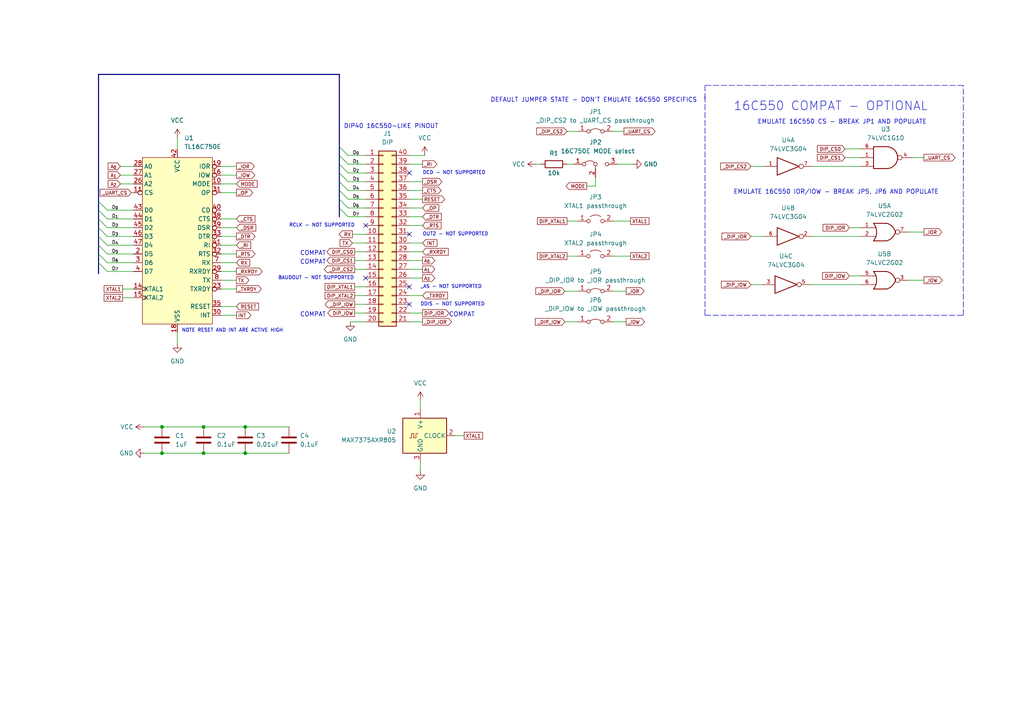
<source format=kicad_sch>
(kicad_sch (version 20211123) (generator eeschema)
  (paper "A4")
  (lib_symbols
    (symbol "74xGxx:74LVC1G10" (pin_names (offset 1.016))
      (property "Reference" "U" (at -2.54 5.08 0))
      (property "Value" "74LVC1G10" (at 0 -5.08 0))
      (symbol "74LVC1G10_0_1"
        (arc (start 0 -3.175) (mid 3.175 0) (end 0 3.175) (stroke (width 0.254)))
        (polyline (pts (xy 0 -3.175) (xy -3.81 -3.175) (xy -3.81 3.175) (xy 0 3.175)) (stroke (width 0.254)))
      )
      (symbol "74LVC1G10_1_1"
        (pin input line (at -7.62 0 0) (length 3.81) (name "~") (number "1"))
        (pin power_in line (at 0 -3.175 270) (length 0) hide (name "GND") (number "2"))
        (pin input line (at -7.62 -2.54 0) (length 3.81) (name "~") (number "3"))
        (pin output inverted (at 7.62 0 180) (length 4.445) (name "~") (number "4"))
        (pin power_in line (at 0 3.175 90) (length 0) hide (name "VCC") (number "5"))
        (pin input line (at -7.62 2.54 0) (length 3.81) (name "~") (number "6"))
      )
    )
    (symbol "74xGxx:74LVC2G02" (pin_names (offset 1.016))
      (property "Reference" "U" (at -2.54 3.81 0))
      (property "Value" "74LVC2G02" (at 0 -3.81 0))
      (symbol "74LVC2G02_0_1"
        (arc (start -3.81 -2.54) (mid -2.919 0) (end -3.81 2.54) (stroke (width 0.254)))
        (arc (start 0 -2.54) (mid 1.5993 -1.6027) (end 2.54 0) (stroke (width 0.254)))
        (polyline (pts (xy -3.81 -1.27) (xy -3.175 -1.27)))
        (polyline (pts (xy -3.81 1.27) (xy -3.175 1.27)))
        (polyline (pts (xy 0 -2.54) (xy -3.81 -2.54)) (stroke (width 0.254)) (fill (type background)))
        (polyline (pts (xy 0 2.54) (xy -3.81 2.54)) (stroke (width 0.254)) (fill (type background)))
        (arc (start 2.54 0) (mid 1.6119 1.6152) (end 0 2.54) (stroke (width 0.254)))
        (pin power_in line (at 0 -2.54 270) (length 0) hide (name "GND") (number "4"))
        (pin power_in line (at 0 2.54 90) (length 0) hide (name "VCC") (number "8"))
      )
      (symbol "74LVC2G02_1_1"
        (pin input line (at -7.62 1.27 0) (length 3.81) (name "~") (number "1"))
        (pin input line (at -7.62 -1.27 0) (length 3.81) (name "~") (number "2"))
        (pin output inverted (at 6.35 0 180) (length 3.81) (name "~") (number "7"))
      )
      (symbol "74LVC2G02_2_1"
        (pin output inverted (at 6.35 0 180) (length 3.81) (name "~") (number "3"))
        (pin input line (at -7.62 1.27 0) (length 3.81) (name "~") (number "5"))
        (pin input line (at -7.62 -1.27 0) (length 3.81) (name "~") (number "6"))
      )
    )
    (symbol "74xGxx:74LVC3G04" (pin_names (offset 1.016))
      (property "Reference" "U" (at -2.54 3.81 0))
      (property "Value" "74LVC3G04" (at 0 -3.81 0))
      (symbol "74LVC3G04_0_1"
        (polyline (pts (xy -3.81 2.54) (xy -3.81 -2.54) (xy 2.54 0) (xy -3.81 2.54)) (stroke (width 0.254)))
        (pin power_in line (at 0 -2.54 270) (length 0) hide (name "GND") (number "4"))
        (pin power_in line (at 0 2.54 90) (length 0) hide (name "VCC") (number "8"))
      )
      (symbol "74LVC3G04_1_1"
        (pin input line (at -7.62 0 0) (length 3.81) (name "~") (number "1"))
        (pin output inverted (at 6.35 0 180) (length 3.81) (name "~") (number "7"))
      )
      (symbol "74LVC3G04_2_1"
        (pin output inverted (at 6.35 0 180) (length 3.81) (name "~") (number "2"))
        (pin input line (at -7.62 0 0) (length 3.81) (name "~") (number "6"))
      )
      (symbol "74LVC3G04_3_1"
        (pin input line (at -7.62 0 0) (length 3.81) (name "~") (number "3"))
        (pin output inverted (at 6.35 0 180) (length 3.81) (name "~") (number "5"))
      )
    )
    (symbol "Connector_Generic:Conn_02x20_Counter_Clockwise" (pin_names (offset 1.016) hide)
      (property "Reference" "J" (at 1.27 25.4 0))
      (property "Value" "Conn_02x20_Counter_Clockwise" (at 1.27 -27.94 0))
      (symbol "Conn_02x20_Counter_Clockwise_1_1"
        (rectangle (start -1.27 -25.273) (end 0 -25.527) (stroke (width 0.1524)))
        (rectangle (start -1.27 -22.733) (end 0 -22.987) (stroke (width 0.1524)))
        (rectangle (start -1.27 -20.193) (end 0 -20.447) (stroke (width 0.1524)))
        (rectangle (start -1.27 -17.653) (end 0 -17.907) (stroke (width 0.1524)))
        (rectangle (start -1.27 -15.113) (end 0 -15.367) (stroke (width 0.1524)))
        (rectangle (start -1.27 -12.573) (end 0 -12.827) (stroke (width 0.1524)))
        (rectangle (start -1.27 -10.033) (end 0 -10.287) (stroke (width 0.1524)))
        (rectangle (start -1.27 -7.493) (end 0 -7.747) (stroke (width 0.1524)))
        (rectangle (start -1.27 -4.953) (end 0 -5.207) (stroke (width 0.1524)))
        (rectangle (start -1.27 -2.413) (end 0 -2.667) (stroke (width 0.1524)))
        (rectangle (start -1.27 0.127) (end 0 -0.127) (stroke (width 0.1524)))
        (rectangle (start -1.27 2.667) (end 0 2.413) (stroke (width 0.1524)))
        (rectangle (start -1.27 5.207) (end 0 4.953) (stroke (width 0.1524)))
        (rectangle (start -1.27 7.747) (end 0 7.493) (stroke (width 0.1524)))
        (rectangle (start -1.27 10.287) (end 0 10.033) (stroke (width 0.1524)))
        (rectangle (start -1.27 12.827) (end 0 12.573) (stroke (width 0.1524)))
        (rectangle (start -1.27 15.367) (end 0 15.113) (stroke (width 0.1524)))
        (rectangle (start -1.27 17.907) (end 0 17.653) (stroke (width 0.1524)))
        (rectangle (start -1.27 20.447) (end 0 20.193) (stroke (width 0.1524)))
        (rectangle (start -1.27 22.987) (end 0 22.733) (stroke (width 0.1524)))
        (rectangle (start -1.27 24.13) (end 3.81 -26.67) (stroke (width 0.254)) (fill (type background)))
        (rectangle (start 3.81 -25.273) (end 2.54 -25.527) (stroke (width 0.1524)))
        (rectangle (start 3.81 -22.733) (end 2.54 -22.987) (stroke (width 0.1524)))
        (rectangle (start 3.81 -20.193) (end 2.54 -20.447) (stroke (width 0.1524)))
        (rectangle (start 3.81 -17.653) (end 2.54 -17.907) (stroke (width 0.1524)))
        (rectangle (start 3.81 -15.113) (end 2.54 -15.367) (stroke (width 0.1524)))
        (rectangle (start 3.81 -12.573) (end 2.54 -12.827) (stroke (width 0.1524)))
        (rectangle (start 3.81 -10.033) (end 2.54 -10.287) (stroke (width 0.1524)))
        (rectangle (start 3.81 -7.493) (end 2.54 -7.747) (stroke (width 0.1524)))
        (rectangle (start 3.81 -4.953) (end 2.54 -5.207) (stroke (width 0.1524)))
        (rectangle (start 3.81 -2.413) (end 2.54 -2.667) (stroke (width 0.1524)))
        (rectangle (start 3.81 0.127) (end 2.54 -0.127) (stroke (width 0.1524)))
        (rectangle (start 3.81 2.667) (end 2.54 2.413) (stroke (width 0.1524)))
        (rectangle (start 3.81 5.207) (end 2.54 4.953) (stroke (width 0.1524)))
        (rectangle (start 3.81 7.747) (end 2.54 7.493) (stroke (width 0.1524)))
        (rectangle (start 3.81 10.287) (end 2.54 10.033) (stroke (width 0.1524)))
        (rectangle (start 3.81 12.827) (end 2.54 12.573) (stroke (width 0.1524)))
        (rectangle (start 3.81 15.367) (end 2.54 15.113) (stroke (width 0.1524)))
        (rectangle (start 3.81 17.907) (end 2.54 17.653) (stroke (width 0.1524)))
        (rectangle (start 3.81 20.447) (end 2.54 20.193) (stroke (width 0.1524)))
        (rectangle (start 3.81 22.987) (end 2.54 22.733) (stroke (width 0.1524)))
        (pin passive line (at -5.08 22.86 0) (length 3.81) (name "Pin_1") (number "1"))
        (pin passive line (at -5.08 0 0) (length 3.81) (name "Pin_10") (number "10"))
        (pin passive line (at -5.08 -2.54 0) (length 3.81) (name "Pin_11") (number "11"))
        (pin passive line (at -5.08 -5.08 0) (length 3.81) (name "Pin_12") (number "12"))
        (pin passive line (at -5.08 -7.62 0) (length 3.81) (name "Pin_13") (number "13"))
        (pin passive line (at -5.08 -10.16 0) (length 3.81) (name "Pin_14") (number "14"))
        (pin passive line (at -5.08 -12.7 0) (length 3.81) (name "Pin_15") (number "15"))
        (pin passive line (at -5.08 -15.24 0) (length 3.81) (name "Pin_16") (number "16"))
        (pin passive line (at -5.08 -17.78 0) (length 3.81) (name "Pin_17") (number "17"))
        (pin passive line (at -5.08 -20.32 0) (length 3.81) (name "Pin_18") (number "18"))
        (pin passive line (at -5.08 -22.86 0) (length 3.81) (name "Pin_19") (number "19"))
        (pin passive line (at -5.08 20.32 0) (length 3.81) (name "Pin_2") (number "2"))
        (pin passive line (at -5.08 -25.4 0) (length 3.81) (name "Pin_20") (number "20"))
        (pin passive line (at 7.62 -25.4 180) (length 3.81) (name "Pin_21") (number "21"))
        (pin passive line (at 7.62 -22.86 180) (length 3.81) (name "Pin_22") (number "22"))
        (pin passive line (at 7.62 -20.32 180) (length 3.81) (name "Pin_23") (number "23"))
        (pin passive line (at 7.62 -17.78 180) (length 3.81) (name "Pin_24") (number "24"))
        (pin passive line (at 7.62 -15.24 180) (length 3.81) (name "Pin_25") (number "25"))
        (pin passive line (at 7.62 -12.7 180) (length 3.81) (name "Pin_26") (number "26"))
        (pin passive line (at 7.62 -10.16 180) (length 3.81) (name "Pin_27") (number "27"))
        (pin passive line (at 7.62 -7.62 180) (length 3.81) (name "Pin_28") (number "28"))
        (pin passive line (at 7.62 -5.08 180) (length 3.81) (name "Pin_29") (number "29"))
        (pin passive line (at -5.08 17.78 0) (length 3.81) (name "Pin_3") (number "3"))
        (pin passive line (at 7.62 -2.54 180) (length 3.81) (name "Pin_30") (number "30"))
        (pin passive line (at 7.62 0 180) (length 3.81) (name "Pin_31") (number "31"))
        (pin passive line (at 7.62 2.54 180) (length 3.81) (name "Pin_32") (number "32"))
        (pin passive line (at 7.62 5.08 180) (length 3.81) (name "Pin_33") (number "33"))
        (pin passive line (at 7.62 7.62 180) (length 3.81) (name "Pin_34") (number "34"))
        (pin passive line (at 7.62 10.16 180) (length 3.81) (name "Pin_35") (number "35"))
        (pin passive line (at 7.62 12.7 180) (length 3.81) (name "Pin_36") (number "36"))
        (pin passive line (at 7.62 15.24 180) (length 3.81) (name "Pin_37") (number "37"))
        (pin passive line (at 7.62 17.78 180) (length 3.81) (name "Pin_38") (number "38"))
        (pin passive line (at 7.62 20.32 180) (length 3.81) (name "Pin_39") (number "39"))
        (pin passive line (at -5.08 15.24 0) (length 3.81) (name "Pin_4") (number "4"))
        (pin passive line (at 7.62 22.86 180) (length 3.81) (name "Pin_40") (number "40"))
        (pin passive line (at -5.08 12.7 0) (length 3.81) (name "Pin_5") (number "5"))
        (pin passive line (at -5.08 10.16 0) (length 3.81) (name "Pin_6") (number "6"))
        (pin passive line (at -5.08 7.62 0) (length 3.81) (name "Pin_7") (number "7"))
        (pin passive line (at -5.08 5.08 0) (length 3.81) (name "Pin_8") (number "8"))
        (pin passive line (at -5.08 2.54 0) (length 3.81) (name "Pin_9") (number "9"))
      )
    )
    (symbol "Device:C" (pin_numbers hide) (pin_names (offset 0.254))
      (property "Reference" "C" (at 0.635 2.54 0))
      (property "Value" "C" (at 0.635 -2.54 0))
      (symbol "C_0_1"
        (polyline (pts (xy -2.032 -0.762) (xy 2.032 -0.762)) (stroke (width 0.508)))
        (polyline (pts (xy -2.032 0.762) (xy 2.032 0.762)) (stroke (width 0.508)))
      )
      (symbol "C_1_1"
        (pin passive line (at 0 3.81 270) (length 2.794) (name "~") (number "1"))
        (pin passive line (at 0 -3.81 90) (length 2.794) (name "~") (number "2"))
      )
    )
    (symbol "Device:R" (pin_numbers hide) (pin_names (offset 0))
      (property "Reference" "R" (at 2.032 0 90))
      (property "Value" "R" (at 0 0 90))
      (symbol "R_0_1"
        (rectangle (start -1.016 -2.54) (end 1.016 2.54) (stroke (width 0.254)))
      )
      (symbol "R_1_1"
        (pin passive line (at 0 3.81 270) (length 1.27) (name "~") (number "1"))
        (pin passive line (at 0 -3.81 90) (length 1.27) (name "~") (number "2"))
      )
    )
    (symbol "Jumper:Jumper_2_Bridged" (pin_names (offset 0) hide)
      (property "Reference" "JP" (at 0 1.905 0))
      (property "Value" "Jumper_2_Bridged" (at 0 -2.54 0))
      (symbol "Jumper_2_Bridged_0_0"
        (circle (center -2.032 0) (radius 0.508))
        (circle (center 2.032 0) (radius 0.508))
      )
      (symbol "Jumper_2_Bridged_0_1"
        (arc (start 1.524 0.254) (mid 0 0.762) (end -1.524 0.254))
      )
      (symbol "Jumper_2_Bridged_1_1"
        (pin passive line (at -5.08 0 0) (length 2.54) (name "A") (number "1"))
        (pin passive line (at 5.08 0 180) (length 2.54) (name "B") (number "2"))
      )
    )
    (symbol "Jumper:Jumper_2_Open" (pin_names (offset 0) hide)
      (property "Reference" "JP" (at 0 2.794 0))
      (property "Value" "Jumper_2_Open" (at 0 -2.286 0))
      (symbol "Jumper_2_Open_0_0"
        (circle (center -2.032 0) (radius 0.508))
        (circle (center 2.032 0) (radius 0.508))
      )
      (symbol "Jumper_2_Open_0_1"
        (arc (start 1.524 1.27) (mid 0 1.778) (end -1.524 1.27))
      )
      (symbol "Jumper_2_Open_1_1"
        (pin passive line (at -5.08 0 0) (length 2.54) (name "A") (number "1"))
        (pin passive line (at 5.08 0 180) (length 2.54) (name "B") (number "2"))
      )
    )
    (symbol "Jumper:Jumper_3_Bridged12" (pin_names (offset 0) hide)
      (property "Reference" "JP" (at -2.54 -2.54 0))
      (property "Value" "Jumper_3_Bridged12" (at 0 2.794 0))
      (symbol "Jumper_3_Bridged12_0_0"
        (circle (center -3.302 0) (radius 0.508))
        (circle (center 0 0) (radius 0.508))
        (circle (center 3.302 0) (radius 0.508))
      )
      (symbol "Jumper_3_Bridged12_0_1"
        (arc (start -0.254 0.508) (mid -1.651 0.9912) (end -3.048 0.508))
        (polyline (pts (xy 0 -1.27) (xy 0 -0.508)))
      )
      (symbol "Jumper_3_Bridged12_1_1"
        (pin passive line (at -6.35 0 0) (length 2.54) (name "A") (number "1"))
        (pin passive line (at 0 -3.81 90) (length 2.54) (name "C") (number "2"))
        (pin passive line (at 6.35 0 180) (length 2.54) (name "B") (number "3"))
      )
    )
    (symbol "Oscillator:MAX7375AXR805" (pin_names (offset 0.254))
      (property "Reference" "U" (at -2.54 6.35 0))
      (property "Value" "MAX7375AXR805" (at 1.27 -6.35 0))
      (symbol "MAX7375AXR805_0_1"
        (rectangle (start -5.08 5.08) (end 7.62 -5.08) (stroke (width 0.254)) (fill (type background)))
        (polyline (pts (xy -3.175 -0.635) (xy -2.54 -0.635) (xy -2.54 0.635) (xy -1.905 0.635) (xy -1.905 -0.635) (xy -1.27 -0.635) (xy -1.27 0.635) (xy -0.635 0.635)))
      )
      (symbol "MAX7375AXR805_1_1"
        (pin power_in line (at 0 7.62 270) (length 2.54) (name "V+") (number "1"))
        (pin output line (at 10.16 0 180) (length 2.54) (name "CLOCK") (number "2"))
        (pin power_in line (at 0 -7.62 90) (length 2.54) (name "GND") (number "3"))
      )
    )
    (symbol "power:GND" (power) (pin_names (offset 0))
      (property "Value" "GND" (at 0 -3.81 0))
      (symbol "GND_0_1"
        (polyline (pts (xy 0 0) (xy 0 -1.27) (xy 1.27 -1.27) (xy 0 -2.54) (xy -1.27 -1.27) (xy 0 -1.27)))
      )
      (symbol "GND_1_1"
        (pin power_in line (at 0 0 270) (length 0) hide (name "GND") (number "1"))
      )
    )
    (symbol "power:VCC" (power) (pin_names (offset 0))
      (property "Value" "VCC" (at 0 3.81 0))
      (symbol "VCC_0_1"
        (polyline (pts (xy -0.762 1.27) (xy 0 2.54)))
        (polyline (pts (xy 0 0) (xy 0 2.54)))
        (polyline (pts (xy 0 2.54) (xy 0.762 1.27)))
      )
      (symbol "VCC_1_1"
        (pin power_in line (at 0 0 90) (length 0) hide (name "VCC") (number "1"))
      )
    )
    (symbol "ti:TL16C750E"
      (property "Reference" "U" (at 7.62 29.21 0))
      (property "Value" "TL16C750E" (at 7.62 26.67 0))
      (symbol "TL16C750E_0_1"
        (rectangle (start -10.16 24.13) (end 10.16 -24.13) (fill (type background)))
      )
      (symbol "TL16C750E_1_1"
        (pin no_connect non_logic (at -13.97 -26.67 0) (length 2.54) hide (name "NC") (number "1"))
        (pin input line (at 12.7 16.51 180) (length 2.54) (name "MODE") (number "10"))
        (pin input inverted (at -12.7 13.97 0) (length 2.54) (name "CS") (number "11"))
        (pin no_connect non_logic (at -13.97 -36.83 0) (length 2.54) hide (name "NC") (number "12"))
        (pin no_connect non_logic (at -13.97 -39.37 0) (length 2.54) hide (name "NC") (number "13"))
        (pin input clock (at -12.7 -13.97 0) (length 2.54) (name "XTAL1") (number "14"))
        (pin output clock (at -12.7 -16.51 0) (length 2.54) (name "XTAL2") (number "15"))
        (pin input inverted (at 12.7 19.05 180) (length 2.54) (name "IOW") (number "16"))
        (pin no_connect non_logic (at -13.97 -41.91 0) (length 2.54) hide (name "NC") (number "17"))
        (pin power_in line (at 0 -26.67 90) (length 2.54) (name "VSS") (number "18"))
        (pin input inverted (at 12.7 21.59 180) (length 2.54) (name "IOR") (number "19"))
        (pin bidirectional line (at -12.7 -3.81 0) (length 2.54) (name "D5") (number "2"))
        (pin no_connect non_logic (at -13.97 -44.45 0) (length 2.54) hide (name "NC") (number "20"))
        (pin no_connect non_logic (at -13.97 -46.99 0) (length 2.54) hide (name "NC") (number "21"))
        (pin no_connect non_logic (at -13.97 -49.53 0) (length 2.54) hide (name "NC") (number "22"))
        (pin output inverted (at 12.7 -13.97 180) (length 2.54) (name "TXRDY") (number "23"))
        (pin no_connect non_logic (at -13.97 -52.07 0) (length 2.54) hide (name "NC") (number "24"))
        (pin no_connect non_logic (at -13.97 -54.61 0) (length 2.54) hide (name "NC") (number "25"))
        (pin input line (at -12.7 16.51 0) (length 2.54) (name "A2") (number "26"))
        (pin input line (at -12.7 19.05 0) (length 2.54) (name "A1") (number "27"))
        (pin input line (at -12.7 21.59 0) (length 2.54) (name "A0") (number "28"))
        (pin output inverted (at 12.7 -8.89 180) (length 2.54) (name "RXRDY") (number "29"))
        (pin bidirectional line (at -12.7 -6.35 0) (length 2.54) (name "D6") (number "3"))
        (pin output line (at 12.7 -21.59 180) (length 2.54) (name "INT") (number "30"))
        (pin output inverted (at 12.7 13.97 180) (length 2.54) (name "OP") (number "31"))
        (pin output inverted (at 12.7 -3.81 180) (length 2.54) (name "RTS") (number "32"))
        (pin output inverted (at 12.7 1.27 180) (length 2.54) (name "DTR") (number "33"))
        (pin no_connect non_logic (at -13.97 -57.15 0) (length 2.54) hide (name "NC") (number "34"))
        (pin input line (at 12.7 -19.05 180) (length 2.54) (name "RESET") (number "35"))
        (pin no_connect non_logic (at -13.97 -59.69 0) (length 2.54) hide (name "NC") (number "36"))
        (pin no_connect non_logic (at -13.97 -62.23 0) (length 2.54) hide (name "NC") (number "37"))
        (pin input inverted (at 12.7 6.35 180) (length 2.54) (name "CTS") (number "38"))
        (pin input inverted (at 12.7 3.81 180) (length 2.54) (name "DSR") (number "39"))
        (pin bidirectional line (at -12.7 -8.89 0) (length 2.54) (name "D7") (number "4"))
        (pin input inverted (at 12.7 8.89 180) (length 2.54) (name "CD") (number "40"))
        (pin input inverted (at 12.7 -1.27 180) (length 2.54) (name "RI") (number "41"))
        (pin power_in line (at 0 26.67 270) (length 2.54) (name "VCC") (number "42"))
        (pin bidirectional line (at -12.7 8.89 0) (length 2.54) (name "D0") (number "43"))
        (pin bidirectional line (at -12.7 6.35 0) (length 2.54) (name "D1") (number "44"))
        (pin bidirectional line (at -12.7 3.81 0) (length 2.54) (name "D2") (number "45"))
        (pin bidirectional line (at -12.7 1.27 0) (length 2.54) (name "D3") (number "46"))
        (pin bidirectional line (at -12.7 -1.27 0) (length 2.54) (name "D4") (number "47"))
        (pin no_connect non_logic (at -13.97 -64.77 0) (length 2.54) hide (name "NC") (number "48"))
        (pin no_connect non_logic (at -13.97 -29.21 0) (length 2.54) hide (name "NC") (number "5"))
        (pin no_connect non_logic (at -13.97 -31.75 0) (length 2.54) hide (name "NC") (number "6"))
        (pin input line (at 12.7 -6.35 180) (length 2.54) (name "RX") (number "7"))
        (pin output line (at 12.7 -11.43 180) (length 2.54) (name "TX") (number "8"))
        (pin no_connect non_logic (at -13.97 -34.29 0) (length 2.54) hide (name "NC") (number "9"))
      )
    )
  )
  (junction (at 59.055 131.445))
  (junction (at 46.99 131.445))
  (junction (at 71.12 131.445))
  (junction (at 71.12 123.825))
  (junction (at 59.055 123.825))
  (junction (at 46.99 123.825))
  (no_connect (at 118.745 67.945))
  (no_connect (at 106.045 65.405))
  (no_connect (at 106.045 80.645))
  (no_connect (at 118.745 88.265))
  (no_connect (at 118.745 83.185))
  (no_connect (at 118.745 50.165))
  (bus_entry (at 98.425 52.705) (size 2.54 2.54))
  (bus_entry (at 98.425 60.325) (size 2.54 2.54))
  (bus_entry (at 98.425 57.785) (size 2.54 2.54))
  (bus_entry (at 28.575 68.58) (size 2.54 2.54))
  (bus_entry (at 28.575 73.66) (size 2.54 2.54))
  (bus_entry (at 98.425 55.245) (size 2.54 2.54))
  (bus_entry (at 98.425 42.545) (size 2.54 2.54))
  (bus_entry (at 28.575 71.12) (size 2.54 2.54))
  (bus_entry (at 98.425 50.165) (size 2.54 2.54))
  (bus_entry (at 28.575 58.42) (size 2.54 2.54))
  (bus_entry (at 28.575 76.2) (size 2.54 2.54))
  (bus_entry (at 28.575 66.04) (size 2.54 2.54))
  (bus_entry (at 98.425 47.625) (size 2.54 2.54))
  (bus_entry (at 28.575 63.5) (size 2.54 2.54))
  (bus_entry (at 98.425 45.085) (size 2.54 2.54))
  (bus_entry (at 28.575 60.96) (size 2.54 2.54))
  (bus (pts (xy 98.425 45.085) (xy 98.425 47.625)))
  (wire (pts (xy 102.235 70.485) (xy 106.045 70.485)))
  (wire (pts (xy 64.135 66.04) (xy 68.58 66.04)))
  (wire (pts (xy 177.8 93.345) (xy 181.61 93.345)))
  (wire (pts (xy 101.6 93.345) (xy 106.045 93.345)))
  (wire (pts (xy 102.87 78.105) (xy 106.045 78.105)))
  (wire (pts (xy 31.115 71.12) (xy 38.735 71.12)))
  (bus (pts (xy 28.575 66.04) (xy 28.575 63.5)))
  (bus (pts (xy 28.575 71.12) (xy 28.575 68.58)))
  (wire (pts (xy 100.965 52.705) (xy 106.045 52.705)))
  (wire (pts (xy 245.11 43.18) (xy 249.555 43.18)))
  (wire (pts (xy 179.07 47.625) (xy 183.515 47.625)))
  (wire (pts (xy 235.585 48.26) (xy 249.555 48.26)))
  (wire (pts (xy 118.745 52.705) (xy 122.555 52.705)))
  (wire (pts (xy 118.745 65.405) (xy 122.555 65.405)))
  (wire (pts (xy 118.745 90.805) (xy 122.555 90.805)))
  (wire (pts (xy 71.12 131.445) (xy 83.82 131.445)))
  (bus (pts (xy 28.575 60.96) (xy 28.575 58.42)))
  (wire (pts (xy 59.055 131.445) (xy 71.12 131.445)))
  (wire (pts (xy 118.745 45.085) (xy 123.19 45.085)))
  (wire (pts (xy 71.12 123.825) (xy 83.82 123.825)))
  (wire (pts (xy 102.87 90.805) (xy 106.045 90.805)))
  (wire (pts (xy 118.745 78.105) (xy 122.555 78.105)))
  (wire (pts (xy 35.56 83.82) (xy 38.735 83.82)))
  (bus (pts (xy 98.425 21.59) (xy 98.425 42.545)))
  (wire (pts (xy 100.965 50.165) (xy 106.045 50.165)))
  (wire (pts (xy 46.99 131.445) (xy 59.055 131.445)))
  (wire (pts (xy 31.115 68.58) (xy 38.735 68.58)))
  (wire (pts (xy 34.925 48.26) (xy 38.735 48.26)))
  (wire (pts (xy 263.525 67.31) (xy 267.97 67.31)))
  (wire (pts (xy 100.965 62.865) (xy 106.045 62.865)))
  (wire (pts (xy 177.8 74.295) (xy 182.88 74.295)))
  (wire (pts (xy 59.055 123.825) (xy 71.12 123.825)))
  (wire (pts (xy 118.745 57.785) (xy 122.555 57.785)))
  (wire (pts (xy 31.115 76.2) (xy 38.735 76.2)))
  (wire (pts (xy 217.805 68.58) (xy 221.615 68.58)))
  (polyline (pts (xy 204.47 91.44) (xy 279.4 91.44)))
  (wire (pts (xy 64.135 76.2) (xy 68.58 76.2)))
  (bus (pts (xy 98.425 57.785) (xy 98.425 60.325)))
  (wire (pts (xy 51.435 96.52) (xy 51.435 99.695)))
  (wire (pts (xy 155.575 47.625) (xy 156.845 47.625)))
  (wire (pts (xy 102.235 67.945) (xy 106.045 67.945)))
  (bus (pts (xy 98.425 60.325) (xy 98.425 62.865)))
  (wire (pts (xy 118.745 47.625) (xy 122.555 47.625)))
  (wire (pts (xy 102.87 88.265) (xy 106.045 88.265)))
  (wire (pts (xy 31.115 60.96) (xy 38.735 60.96)))
  (wire (pts (xy 246.38 66.04) (xy 249.555 66.04)))
  (wire (pts (xy 164.465 74.295) (xy 167.64 74.295)))
  (bus (pts (xy 98.425 47.625) (xy 98.425 50.165)))
  (wire (pts (xy 64.135 81.28) (xy 68.58 81.28)))
  (wire (pts (xy 118.745 60.325) (xy 122.555 60.325)))
  (wire (pts (xy 51.435 40.005) (xy 51.435 43.18)))
  (wire (pts (xy 164.465 38.1) (xy 167.64 38.1)))
  (wire (pts (xy 46.99 123.825) (xy 59.055 123.825)))
  (wire (pts (xy 64.135 91.44) (xy 68.58 91.44)))
  (bus (pts (xy 28.575 76.2) (xy 28.575 73.66)))
  (wire (pts (xy 64.135 73.66) (xy 68.58 73.66)))
  (wire (pts (xy 177.8 84.455) (xy 181.61 84.455)))
  (wire (pts (xy 118.745 75.565) (xy 122.555 75.565)))
  (bus (pts (xy 28.575 21.59) (xy 98.425 21.59)))
  (bus (pts (xy 98.425 55.245) (xy 98.425 57.785)))
  (wire (pts (xy 100.965 57.785) (xy 106.045 57.785)))
  (wire (pts (xy 31.115 66.04) (xy 38.735 66.04)))
  (wire (pts (xy 31.115 73.66) (xy 38.735 73.66)))
  (wire (pts (xy 164.465 47.625) (xy 166.37 47.625)))
  (wire (pts (xy 100.965 60.325) (xy 106.045 60.325)))
  (wire (pts (xy 64.135 55.88) (xy 68.58 55.88)))
  (wire (pts (xy 118.745 62.865) (xy 122.555 62.865)))
  (wire (pts (xy 177.8 64.135) (xy 182.88 64.135)))
  (bus (pts (xy 98.425 52.705) (xy 98.425 55.245)))
  (wire (pts (xy 100.965 55.245) (xy 106.045 55.245)))
  (wire (pts (xy 41.91 123.825) (xy 46.99 123.825)))
  (wire (pts (xy 100.965 47.625) (xy 106.045 47.625)))
  (wire (pts (xy 31.115 78.74) (xy 38.735 78.74)))
  (wire (pts (xy 118.745 93.345) (xy 122.555 93.345)))
  (wire (pts (xy 245.11 45.72) (xy 249.555 45.72)))
  (wire (pts (xy 100.965 45.085) (xy 106.045 45.085)))
  (wire (pts (xy 234.95 82.55) (xy 249.555 82.55)))
  (bus (pts (xy 28.575 79.375) (xy 28.575 76.2)))
  (wire (pts (xy 235.585 68.58) (xy 249.555 68.58)))
  (wire (pts (xy 64.135 48.26) (xy 68.58 48.26)))
  (wire (pts (xy 118.745 85.725) (xy 122.555 85.725)))
  (wire (pts (xy 64.135 71.12) (xy 68.58 71.12)))
  (wire (pts (xy 163.83 93.345) (xy 167.64 93.345)))
  (wire (pts (xy 118.745 70.485) (xy 122.555 70.485)))
  (wire (pts (xy 102.87 85.725) (xy 106.045 85.725)))
  (bus (pts (xy 28.575 73.66) (xy 28.575 71.12)))
  (wire (pts (xy 64.135 88.9) (xy 68.58 88.9)))
  (wire (pts (xy 64.135 63.5) (xy 68.58 63.5)))
  (wire (pts (xy 217.805 82.55) (xy 220.98 82.55)))
  (wire (pts (xy 164.465 64.135) (xy 167.64 64.135)))
  (wire (pts (xy 118.745 55.245) (xy 122.555 55.245)))
  (wire (pts (xy 264.795 45.72) (xy 267.97 45.72)))
  (wire (pts (xy 177.8 38.1) (xy 180.975 38.1)))
  (wire (pts (xy 163.83 84.455) (xy 167.64 84.455)))
  (bus (pts (xy 28.575 58.42) (xy 28.575 21.59)))
  (wire (pts (xy 102.87 73.025) (xy 106.045 73.025)))
  (wire (pts (xy 64.135 68.58) (xy 68.58 68.58)))
  (wire (pts (xy 102.87 75.565) (xy 106.045 75.565)))
  (wire (pts (xy 102.87 83.185) (xy 106.045 83.185)))
  (wire (pts (xy 64.135 78.74) (xy 68.58 78.74)))
  (wire (pts (xy 34.925 50.8) (xy 38.735 50.8)))
  (wire (pts (xy 41.91 131.445) (xy 46.99 131.445)))
  (bus (pts (xy 98.425 42.545) (xy 98.425 45.085)))
  (bus (pts (xy 28.575 63.5) (xy 28.575 60.96)))
  (wire (pts (xy 170.18 53.975) (xy 172.72 53.975)))
  (wire (pts (xy 246.38 80.01) (xy 249.555 80.01)))
  (wire (pts (xy 263.525 81.28) (xy 267.97 81.28)))
  (bus (pts (xy 28.575 68.58) (xy 28.575 66.04)))
  (wire (pts (xy 118.745 73.025) (xy 122.555 73.025)))
  (bus (pts (xy 98.425 50.165) (xy 98.425 52.705)))
  (polyline (pts (xy 279.4 91.44) (xy 279.4 24.765)))
  (polyline (pts (xy 204.47 24.765) (xy 204.47 29.21)))
  (wire (pts (xy 31.115 63.5) (xy 38.735 63.5)))
  (wire (pts (xy 118.745 80.645) (xy 122.555 80.645)))
  (wire (pts (xy 64.135 50.8) (xy 68.58 50.8)))
  (wire (pts (xy 121.92 133.985) (xy 121.92 136.525)))
  (wire (pts (xy 64.135 83.82) (xy 68.58 83.82)))
  (polyline (pts (xy 279.4 24.765) (xy 204.47 24.765)))
  (wire (pts (xy 132.08 126.365) (xy 134.62 126.365)))
  (wire (pts (xy 121.92 116.205) (xy 121.92 118.745)))
  (wire (pts (xy 35.56 86.36) (xy 38.735 86.36)))
  (wire (pts (xy 64.135 53.34) (xy 68.58 53.34)))
  (polyline (pts (xy 204.47 27.94) (xy 204.47 91.44)))
  (wire (pts (xy 172.72 51.435) (xy 172.72 53.975)))
  (wire (pts (xy 217.805 48.26) (xy 221.615 48.26)))
  (wire (pts (xy 38.1 55.88) (xy 38.735 55.88)))
  (wire (pts (xy 34.925 53.34) (xy 38.735 53.34)))
  (text "DDIS - NOT SUPPORTED" (at 121.92 88.9 0) (effects (font (size 1 1)) (justify left bottom)))
  (text "EMULATE 16C550 CS - BREAK JP1 AND POPULATE" (at 219.71 36.195 0) (effects (font (size 1.27 1.27)) (justify left bottom)))
  (text "COMPAT" (at 86.995 74.295 0) (effects (font (size 1.27 1.27)) (justify left bottom)))
  (text "_AS - NOT SUPPORTED" (at 121.92 83.82 0) (effects (font (size 1 1)) (justify left bottom)))
  (text "DCD - NOT SUPPORTED" (at 122.555 50.8 0) (effects (font (size 1 1)) (justify left bottom)))
  (text "COMPAT" (at 86.995 92.075 0) (effects (font (size 1.27 1.27)) (justify left bottom)))
  (text "NOTE RESET AND INT ARE ACTIVE HIGH" (at 52.705 96.52 0) (effects (font (size 1 1)) (justify left bottom)))
  (text "16C550 COMPAT - OPTIONAL" (at 212.725 32.385 0) (effects (font (size 2.54 2.54)) (justify left bottom)))
  (text "DEFAULT JUMPER STATE - DON'T EMULATE 16C550 SPECIFICS" (at 142.24 29.845 0) (effects (font (size 1.27 1.27)) (justify left bottom)))
  (text "BAUDOUT - NOT SUPPORTED" (at 80.645 81.28 0) (effects (font (size 1 1)) (justify left bottom)))
  (text "OUT2 - NOT SUPPORTED" (at 122.555 68.58 0) (effects (font (size 1 1)) (justify left bottom)))
  (text "RCLK - NOT SUPPORTED" (at 83.82 66.04 0) (effects (font (size 1 1)) (justify left bottom)))
  (text "DIP40 16C550-LIKE PINOUT" (at 99.695 37.465 0) (effects (font (size 1.27 1.27)) (justify left bottom)))
  (text "COMPAT" (at 130.175 92.075 0) (effects (font (size 1.27 1.27)) (justify left bottom)))
  (text "COMPAT" (at 86.995 76.835 0) (effects (font (size 1.27 1.27)) (justify left bottom)))
  (text "EMULATE 16C550 IOR/IOW - BREAK JP5, JP6 AND POPULATE" (at 212.725 56.515 0) (effects (font (size 1.27 1.27)) (justify left bottom)))
  (label "D_{5}" (at 32.385 73.66 0) (effects (font (size 1 1))))
  (label "D_{0}" (at 102.235 45.085 0) (effects (font (size 1 1))))
  (label "D_{6}" (at 102.235 60.325 0) (effects (font (size 1 1))))
  (label "D_{4}" (at 32.385 71.12 0) (effects (font (size 1 1))))
  (label "D_{7}" (at 102.235 62.865 0) (effects (font (size 1 1))))
  (label "D_{4}" (at 102.235 55.245 0) (effects (font (size 1 1))))
  (label "D_{0}" (at 32.385 60.96 0) (effects (font (size 1 1))))
  (label "D_{3}" (at 32.385 68.58 0) (effects (font (size 1 1))))
  (label "D_{1}" (at 32.385 63.5 0) (effects (font (size 1 1))))
  (label "D_{5}" (at 102.235 57.785 0) (effects (font (size 1 1))))
  (label "D_{2}" (at 32.385 66.04 0) (effects (font (size 1 1))))
  (label "D_{7}" (at 32.385 78.74 0) (effects (font (size 1 1))))
  (label "D_{2}" (at 102.235 50.165 0) (effects (font (size 1 1))))
  (label "D_{1}" (at 102.235 47.625 0) (effects (font (size 1 1))))
  (label "D_{3}" (at 102.235 52.705 0) (effects (font (size 1 1))))
  (label "D_{6}" (at 32.385 76.2 0) (effects (font (size 1 1))))
  (global_label "XTAL1" (shape passive) (at 182.88 64.135 0) (effects (font (size 1 1))) (property "Intersheet References" "${INTERSHEET_REFS}" (effects hide)))
  (global_label "A_{0}" (shape output) (at 122.555 75.565 0) (effects (font (size 1 1))) (property "Intersheet References" "${INTERSHEET_REFS}" (effects hide)))
  (global_label "_IOW" (shape output) (at 68.58 50.8 0) (effects (font (size 1 1))) (property "Intersheet References" "${INTERSHEET_REFS}" (effects hide)))
  (global_label "A_{2}" (shape input) (at 34.925 53.34 180) (effects (font (size 1 1))) (property "Intersheet References" "${INTERSHEET_REFS}" (effects hide)))
  (global_label "_DIP_IOW" (shape input) (at 163.83 93.345 180) (effects (font (size 1 1))) (property "Intersheet References" "${INTERSHEET_REFS}" (effects hide)))
  (global_label "_UART_CS" (shape input) (at 38.1 55.88 180) (effects (font (size 1 1))) (property "Intersheet References" "${INTERSHEET_REFS}" (effects hide)))
  (global_label "_RXRDY" (shape input) (at 122.555 73.025 0) (effects (font (size 1 1))) (property "Intersheet References" "${INTERSHEET_REFS}" (effects hide)))
  (global_label "_TXRDY" (shape input) (at 122.555 85.725 0) (effects (font (size 1 1))) (property "Intersheet References" "${INTERSHEET_REFS}" (effects hide)))
  (global_label "XTAL1" (shape passive) (at 134.62 126.365 0) (effects (font (size 1 1))) (property "Intersheet References" "${INTERSHEET_REFS}" (effects hide)))
  (global_label "_DIP_IOR" (shape output) (at 122.555 93.345 0) (effects (font (size 1 1))) (property "Intersheet References" "${INTERSHEET_REFS}" (effects hide)))
  (global_label "XTAL2" (shape passive) (at 182.88 74.295 0) (effects (font (size 1 1))) (property "Intersheet References" "${INTERSHEET_REFS}" (effects hide)))
  (global_label "_UART_CS" (shape output) (at 180.975 38.1 0) (effects (font (size 1 1))) (property "Intersheet References" "${INTERSHEET_REFS}" (effects hide)))
  (global_label "XTAL1" (shape passive) (at 35.56 83.82 180) (effects (font (size 1 1))) (property "Intersheet References" "${INTERSHEET_REFS}" (effects hide)))
  (global_label "_DIP_CS2" (shape output) (at 102.87 78.105 180) (effects (font (size 1 1))) (property "Intersheet References" "${INTERSHEET_REFS}" (effects hide)))
  (global_label "_CTS" (shape output) (at 122.555 55.245 0) (effects (font (size 1 1))) (property "Intersheet References" "${INTERSHEET_REFS}" (effects hide)))
  (global_label "DIP_XTAL1" (shape passive) (at 164.465 64.135 180) (effects (font (size 1 1))) (property "Intersheet References" "${INTERSHEET_REFS}" (effects hide)))
  (global_label "DIP_XTAL2" (shape passive) (at 102.87 85.725 180) (effects (font (size 1 1))) (property "Intersheet References" "${INTERSHEET_REFS}" (effects hide)))
  (global_label "_RI" (shape output) (at 122.555 47.625 0) (effects (font (size 1 1))) (property "Intersheet References" "${INTERSHEET_REFS}" (effects hide)))
  (global_label "DIP_XTAL1" (shape passive) (at 102.87 83.185 180) (effects (font (size 1 1))) (property "Intersheet References" "${INTERSHEET_REFS}" (effects hide)))
  (global_label "_RI" (shape input) (at 68.58 71.12 0) (effects (font (size 1 1))) (property "Intersheet References" "${INTERSHEET_REFS}" (effects hide)))
  (global_label "MODE" (shape output) (at 170.18 53.975 180) (effects (font (size 1 1))) (property "Intersheet References" "${INTERSHEET_REFS}" (effects hide)))
  (global_label "DIP_XTAL2" (shape passive) (at 164.465 74.295 180) (effects (font (size 1 1))) (property "Intersheet References" "${INTERSHEET_REFS}" (effects hide)))
  (global_label "_DIP_IOR" (shape input) (at 163.83 84.455 180) (effects (font (size 1 1))) (property "Intersheet References" "${INTERSHEET_REFS}" (effects hide)))
  (global_label "A_{0}" (shape input) (at 34.925 48.26 180) (effects (font (size 1 1))) (property "Intersheet References" "${INTERSHEET_REFS}" (effects hide)))
  (global_label "_DIP_CS2" (shape input) (at 217.805 48.26 180) (effects (font (size 1 1))) (property "Intersheet References" "${INTERSHEET_REFS}" (effects hide)))
  (global_label "INT" (shape input) (at 122.555 70.485 0) (effects (font (size 1 1))) (property "Intersheet References" "${INTERSHEET_REFS}" (effects hide)))
  (global_label "_IOW" (shape output) (at 267.97 81.28 0) (effects (font (size 1 1))) (property "Intersheet References" "${INTERSHEET_REFS}" (effects hide)))
  (global_label "RESET" (shape output) (at 122.555 57.785 0) (effects (font (size 1 1))) (property "Intersheet References" "${INTERSHEET_REFS}" (effects hide)))
  (global_label "_UART_CS" (shape output) (at 267.97 45.72 0) (effects (font (size 1 1))) (property "Intersheet References" "${INTERSHEET_REFS}" (effects hide)))
  (global_label "_OP" (shape input) (at 122.555 60.325 0) (effects (font (size 1 1))) (property "Intersheet References" "${INTERSHEET_REFS}" (effects hide)))
  (global_label "A_{2}" (shape output) (at 122.555 80.645 0) (effects (font (size 1 1))) (property "Intersheet References" "${INTERSHEET_REFS}" (effects hide)))
  (global_label "DIP_CS0" (shape input) (at 245.11 43.18 180) (effects (font (size 1 1))) (property "Intersheet References" "${INTERSHEET_REFS}" (effects hide)))
  (global_label "XTAL2" (shape passive) (at 35.56 86.36 180) (effects (font (size 1 1))) (property "Intersheet References" "${INTERSHEET_REFS}" (effects hide)))
  (global_label "_DSR" (shape output) (at 122.555 52.705 0) (effects (font (size 1 1))) (property "Intersheet References" "${INTERSHEET_REFS}" (effects hide)))
  (global_label "_DIP_IOR" (shape input) (at 217.805 68.58 180) (effects (font (size 1 1))) (property "Intersheet References" "${INTERSHEET_REFS}" (effects hide)))
  (global_label "_DIP_IOW" (shape output) (at 102.87 88.265 180) (effects (font (size 1 1))) (property "Intersheet References" "${INTERSHEET_REFS}" (effects hide)))
  (global_label "_RXRDY" (shape output) (at 68.58 78.74 0) (effects (font (size 1 1))) (property "Intersheet References" "${INTERSHEET_REFS}" (effects hide)))
  (global_label "_IOW" (shape output) (at 181.61 93.345 0) (effects (font (size 1 1))) (property "Intersheet References" "${INTERSHEET_REFS}" (effects hide)))
  (global_label "MODE" (shape input) (at 68.58 53.34 0) (effects (font (size 1 1))) (property "Intersheet References" "${INTERSHEET_REFS}" (effects hide)))
  (global_label "DIP_IOR" (shape output) (at 122.555 90.805 0) (effects (font (size 1 1))) (property "Intersheet References" "${INTERSHEET_REFS}" (effects hide)))
  (global_label "DIP_IOW" (shape output) (at 102.87 90.805 180) (effects (font (size 1 1))) (property "Intersheet References" "${INTERSHEET_REFS}" (effects hide)))
  (global_label "_TXRDY" (shape output) (at 68.58 83.82 0) (effects (font (size 1 1))) (property "Intersheet References" "${INTERSHEET_REFS}" (effects hide)))
  (global_label "DIP_CS0" (shape output) (at 102.87 73.025 180) (effects (font (size 1 1))) (property "Intersheet References" "${INTERSHEET_REFS}" (effects hide)))
  (global_label "A_{1}" (shape output) (at 122.555 78.105 0) (effects (font (size 1 1))) (property "Intersheet References" "${INTERSHEET_REFS}" (effects hide)))
  (global_label "_DIP_CS2" (shape input) (at 164.465 38.1 180) (effects (font (size 1 1))) (property "Intersheet References" "${INTERSHEET_REFS}" (effects hide)))
  (global_label "_RTS" (shape output) (at 68.58 73.66 0) (effects (font (size 1 1))) (property "Intersheet References" "${INTERSHEET_REFS}" (effects hide)))
  (global_label "RX" (shape input) (at 68.58 76.2 0) (effects (font (size 1 1))) (property "Intersheet References" "${INTERSHEET_REFS}" (effects hide)))
  (global_label "_RTS" (shape input) (at 122.555 65.405 0) (effects (font (size 1 1))) (property "Intersheet References" "${INTERSHEET_REFS}" (effects hide)))
  (global_label "_DTR" (shape input) (at 122.555 62.865 0) (effects (font (size 1 1))) (property "Intersheet References" "${INTERSHEET_REFS}" (effects hide)))
  (global_label "DIP_CS1" (shape output) (at 102.87 75.565 180) (effects (font (size 1 1))) (property "Intersheet References" "${INTERSHEET_REFS}" (effects hide)))
  (global_label "INT" (shape output) (at 68.58 91.44 0) (effects (font (size 1 1))) (property "Intersheet References" "${INTERSHEET_REFS}" (effects hide)))
  (global_label "TX" (shape input) (at 102.235 70.485 180) (effects (font (size 1 1))) (property "Intersheet References" "${INTERSHEET_REFS}" (effects hide)))
  (global_label "_DSR" (shape input) (at 68.58 66.04 0) (effects (font (size 1 1))) (property "Intersheet References" "${INTERSHEET_REFS}" (effects hide)))
  (global_label "_IOR" (shape output) (at 181.61 84.455 0) (effects (font (size 1 1))) (property "Intersheet References" "${INTERSHEET_REFS}" (effects hide)))
  (global_label "_IOR" (shape output) (at 267.97 67.31 0) (effects (font (size 1 1))) (property "Intersheet References" "${INTERSHEET_REFS}" (effects hide)))
  (global_label "_OP" (shape output) (at 68.58 55.88 0) (effects (font (size 1 1))) (property "Intersheet References" "${INTERSHEET_REFS}" (effects hide)))
  (global_label "DIP_CS1" (shape input) (at 245.11 45.72 180) (effects (font (size 1 1))) (property "Intersheet References" "${INTERSHEET_REFS}" (effects hide)))
  (global_label "_DIP_IOW" (shape input) (at 217.805 82.55 180) (effects (font (size 1 1))) (property "Intersheet References" "${INTERSHEET_REFS}" (effects hide)))
  (global_label "_IOR" (shape output) (at 68.58 48.26 0) (effects (font (size 1 1))) (property "Intersheet References" "${INTERSHEET_REFS}" (effects hide)))
  (global_label "_DTR" (shape output) (at 68.58 68.58 0) (effects (font (size 1 1))) (property "Intersheet References" "${INTERSHEET_REFS}" (effects hide)))
  (global_label "A_{1}" (shape input) (at 34.925 50.8 180) (effects (font (size 1 1))) (property "Intersheet References" "${INTERSHEET_REFS}" (effects hide)))
  (global_label "_CTS" (shape input) (at 68.58 63.5 0) (effects (font (size 1 1))) (property "Intersheet References" "${INTERSHEET_REFS}" (effects hide)))
  (global_label "RX" (shape output) (at 102.235 67.945 180) (effects (font (size 1 1))) (property "Intersheet References" "${INTERSHEET_REFS}" (effects hide)))
  (global_label "RESET" (shape input) (at 68.58 88.9 0) (effects (font (size 1 1))) (property "Intersheet References" "${INTERSHEET_REFS}" (effects hide)))
  (global_label "DIP_IOR" (shape input) (at 246.38 66.04 180) (effects (font (size 1 1))) (property "Intersheet References" "${INTERSHEET_REFS}" (effects hide)))
  (global_label "TX" (shape output) (at 68.58 81.28 0) (effects (font (size 1 1))) (property "Intersheet References" "${INTERSHEET_REFS}" (effects hide)))
  (global_label "DIP_IOW" (shape input) (at 246.38 80.01 180) (effects (font (size 1 1))) (property "Intersheet References" "${INTERSHEET_REFS}" (effects hide)))
  (symbol (lib_id "74xGxx:74LVC1G10") (at 257.175 45.72 0) (unit 1)
    (property "Reference" "U3" (at 256.8575 37.465 0))
    (property "Value" "74LVC1G10" (at 256.8575 40.005 0))
    (property "Footprint" "Package_TO_SOT_SMD:SOT-363_SC-70-6_Handsoldering" (effects hide))
    (property "Datasheet" "http://www.ti.com/lit/sg/scyt129e/scyt129e.pdf" (effects hide))
  )
  (symbol (lib_id "power:VCC") (at 121.92 116.205 0) (unit 1)
    (property "Reference" "#PWR0106" (effects hide))
    (property "Value" "VCC" (at 121.92 111.125 0))
  )
  (symbol (lib_id "74xGxx:74LVC3G04") (at 229.235 68.58 0) (unit 2)
    (property "Reference" "U4" (at 228.6 60.325 0))
    (property "Value" "74LVC3G04" (at 228.6 62.865 0))
    (property "Footprint" "Package_SO:TSSOP-8_3x3mm_P0.65mm" (effects hide))
    (property "Datasheet" "http://www.ti.com/lit/sg/scyt129e/scyt129e.pdf" (effects hide))
  )
  (symbol (lib_id "Jumper:Jumper_2_Open") (at 172.72 64.135 0) (unit 1)
    (property "Reference" "JP3" (at 172.72 57.15 0))
    (property "Value" "XTAL1 passthrough" (at 172.72 59.69 0))
    (property "Footprint" "Jumper:SolderJumper-2_P1.3mm_Open_Pad1.0x1.5mm" (effects hide))
  )
  (symbol (lib_id "power:GND") (at 101.6 93.345 0) (unit 1)
    (property "Reference" "#PWR0104" (effects hide))
    (property "Value" "GND" (at 101.6 98.425 0))
  )
  (symbol (lib_id "power:GND") (at 51.435 99.695 0) (unit 1)
    (property "Reference" "#PWR0101" (effects hide))
    (property "Value" "GND" (at 51.435 104.775 0))
  )
  (symbol (lib_id "Jumper:Jumper_2_Bridged") (at 172.72 38.1 0) (unit 1)
    (property "Reference" "JP1" (at 172.72 32.385 0))
    (property "Value" "_DIP_CS2 to _UART_CS passthrough" (at 172.72 34.925 0))
    (property "Footprint" "Jumper:SolderJumper-2_P1.3mm_Bridged_Pad1.0x1.5mm" (effects hide))
  )
  (symbol (lib_id "74xGxx:74LVC2G02") (at 257.175 81.28 0) (unit 2)
    (property "Reference" "U5" (at 256.54 73.66 0))
    (property "Value" "74LVC2G02" (at 256.54 76.2 0))
    (property "Footprint" "Package_SO:TSSOP-8_3x3mm_P0.65mm" (effects hide))
    (property "Datasheet" "http://www.ti.com/lit/sg/scyt129e/scyt129e.pdf" (effects hide))
  )
  (symbol (lib_id "power:GND") (at 41.91 131.445 270) (unit 1)
    (property "Reference" "#PWR0110" (effects hide))
    (property "Value" "GND" (at 38.735 131.4449 90) (effects (justify right)))
  )
  (symbol (lib_id "power:GND") (at 121.92 136.525 0) (unit 1)
    (property "Reference" "#PWR0105" (effects hide))
    (property "Value" "GND" (at 121.92 141.605 0))
  )
  (symbol (lib_id "Oscillator:MAX7375AXR805") (at 121.92 126.365 0) (unit 1)
    (property "Reference" "U2" (at 114.935 125.0949 0) (effects (justify right)))
    (property "Value" "MAX7375AXR805" (at 114.935 127.6349 0) (effects (justify right)))
    (property "Footprint" "Package_TO_SOT_SMD:SOT-323_SC-70" (effects hide))
    (property "Datasheet" "https://datasheets.maximintegrated.com/en/ds/MAX7375.pdf" (effects hide))
  )
  (symbol (lib_id "ti:TL16C750E") (at 51.435 69.85 0) (unit 1)
    (property "Reference" "U1" (at 53.4544 40.005 0) (effects (justify left)))
    (property "Value" "TL16C750E" (at 53.4544 42.545 0) (effects (justify left)))
    (property "Footprint" "Package_QFP:TQFP-48_7x7mm_P0.5mm" (effects hide))
  )
  (symbol (lib_id "Jumper:Jumper_2_Bridged") (at 172.72 84.455 0) (unit 1)
    (property "Reference" "JP5" (at 172.72 78.74 0))
    (property "Value" "_DIP_IOR to _IOR passthrough" (at 172.72 81.28 0))
    (property "Footprint" "Jumper:SolderJumper-2_P1.3mm_Bridged_Pad1.0x1.5mm" (effects hide))
  )
  (symbol (lib_id "power:VCC") (at 123.19 45.085 0) (unit 1)
    (property "Reference" "#PWR0103" (effects hide))
    (property "Value" "VCC" (at 123.19 40.005 0))
  )
  (symbol (lib_id "power:VCC") (at 155.575 47.625 90) (unit 1)
    (property "Reference" "#PWR0108" (effects hide))
    (property "Value" "VCC" (at 152.4 47.6249 90) (effects (justify left)))
  )
  (symbol (lib_id "Device:C") (at 46.99 127.635 0) (unit 1)
    (property "Reference" "C1" (at 50.8 126.3649 0) (effects (justify left)))
    (property "Value" "1uF" (at 50.8 128.9049 0) (effects (justify left)))
    (property "Footprint" "Capacitor_SMD:C_0603_1608Metric_Pad1.08x0.95mm_HandSolder" (effects hide))
  )
  (symbol (lib_id "74xGxx:74LVC3G04") (at 229.235 48.26 0) (unit 1)
    (property "Reference" "U4" (at 228.6 40.64 0))
    (property "Value" "74LVC3G04" (at 228.6 43.18 0))
    (property "Footprint" "Package_SO:TSSOP-8_3x3mm_P0.65mm" (effects hide))
    (property "Datasheet" "http://www.ti.com/lit/sg/scyt129e/scyt129e.pdf" (effects hide))
  )
  (symbol (lib_id "power:VCC") (at 41.91 123.825 90) (unit 1)
    (property "Reference" "#PWR0109" (effects hide))
    (property "Value" "VCC" (at 38.735 123.8249 90) (effects (justify left)))
  )
  (symbol (lib_id "Device:C") (at 59.055 127.635 0) (unit 1)
    (property "Reference" "C2" (at 62.865 126.3649 0) (effects (justify left)))
    (property "Value" "0.1uF" (at 62.865 128.9049 0) (effects (justify left)))
    (property "Footprint" "Capacitor_SMD:C_0603_1608Metric_Pad1.08x0.95mm_HandSolder" (effects hide))
  )
  (symbol (lib_id "Jumper:Jumper_2_Open") (at 172.72 74.295 0) (unit 1)
    (property "Reference" "JP4" (at 172.72 67.945 0))
    (property "Value" "XTAL2 passthrough" (at 172.72 70.485 0))
    (property "Footprint" "Jumper:SolderJumper-2_P1.3mm_Open_Pad1.0x1.5mm" (effects hide))
  )
  (symbol (lib_id "power:GND") (at 183.515 47.625 90) (unit 1)
    (property "Reference" "#PWR0107" (effects hide))
    (property "Value" "GND" (at 186.69 47.6249 90) (effects (justify right)))
  )
  (symbol (lib_id "Device:C") (at 83.82 127.635 0) (unit 1)
    (property "Reference" "C4" (at 86.995 126.3649 0) (effects (justify left)))
    (property "Value" "0.1uF" (at 86.995 128.9049 0) (effects (justify left)))
    (property "Footprint" "Capacitor_SMD:C_0603_1608Metric_Pad1.08x0.95mm_HandSolder" (effects hide))
  )
  (symbol (lib_id "Device:R") (at 160.655 47.625 90) (unit 1)
    (property "Reference" "R1" (at 160.655 44.45 90))
    (property "Value" "10k" (at 160.655 50.165 90))
    (property "Footprint" "Resistor_SMD:R_0603_1608Metric_Pad0.98x0.95mm_HandSolder" (effects hide))
  )
  (symbol (lib_id "power:VCC") (at 51.435 40.005 0) (unit 1)
    (property "Reference" "#PWR0102" (effects hide))
    (property "Value" "VCC" (at 51.435 34.925 0))
  )
  (symbol (lib_id "Jumper:Jumper_2_Bridged") (at 172.72 93.345 0) (unit 1)
    (property "Reference" "JP6" (at 172.72 86.995 0))
    (property "Value" "_DIP_IOW to _IOW passthrough" (at 172.72 89.535 0))
    (property "Footprint" "Jumper:SolderJumper-2_P1.3mm_Bridged_Pad1.0x1.5mm" (effects hide))
  )
  (symbol (lib_id "Jumper:Jumper_3_Bridged12") (at 172.72 47.625 0) (unit 1)
    (property "Reference" "JP2" (at 172.72 41.275 0))
    (property "Value" "16C750E MODE select" (at 173.355 43.815 0))
    (property "Footprint" "Jumper:SolderJumper-3_P1.3mm_Bridged12_Pad1.0x1.5mm_NumberLabels" (effects hide))
  )
  (symbol (lib_id "74xGxx:74LVC3G04") (at 228.6 82.55 0) (unit 3)
    (property "Reference" "U4" (at 227.965 74.295 0))
    (property "Value" "74LVC3G04" (at 227.965 76.835 0))
    (property "Footprint" "Package_SO:TSSOP-8_3x3mm_P0.65mm" (effects hide))
    (property "Datasheet" "http://www.ti.com/lit/sg/scyt129e/scyt129e.pdf" (effects hide))
  )
  (symbol (lib_id "Device:C") (at 71.12 127.635 0) (unit 1)
    (property "Reference" "C3" (at 74.295 126.3649 0) (effects (justify left)))
    (property "Value" "0.01uF" (at 74.295 128.9049 0) (effects (justify left)))
    (property "Footprint" "Capacitor_SMD:C_0603_1608Metric_Pad1.08x0.95mm_HandSolder" (effects hide))
  )
  (symbol (lib_id "Connector_Generic:Conn_02x20_Counter_Clockwise") (at 111.125 67.945 0) (unit 1)
    (property "Reference" "J1" (at 112.395 38.735 0))
    (property "Value" "DIP" (at 112.395 41.275 0))
    (property "Footprint" "Package_DIP:DIP-40_W15.24mm" (effects hide))
  )
  (symbol (lib_id "74xGxx:74LVC2G02") (at 257.175 67.31 0) (unit 1)
    (property "Reference" "U5" (at 256.54 59.69 0))
    (property "Value" "74LVC2G02" (at 256.54 62.23 0))
    (property "Footprint" "Package_SO:TSSOP-8_3x3mm_P0.65mm" (effects hide))
    (property "Datasheet" "http://www.ti.com/lit/sg/scyt129e/scyt129e.pdf" (effects hide))
  )
)
</source>
